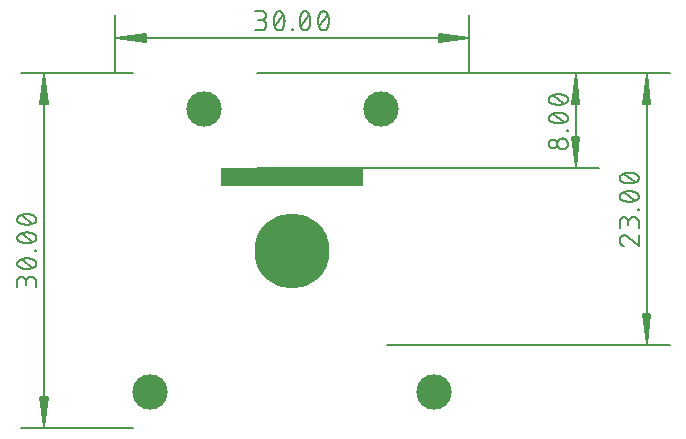
<source format=gbr>
G04 EAGLE Gerber RS-274X export*
G75*
%MOMM*%
%FSLAX34Y34*%
%LPD*%
%INMilling*%
%IPPOS*%
%AMOC8*
5,1,8,0,0,1.08239X$1,22.5*%
G01*
%ADD10C,6.350000*%
%ADD11R,12.000000X1.500000*%
%ADD12C,3.000000*%
%ADD13C,0.130000*%
%ADD14C,0.152400*%


D10*
X0Y0D03*
D11*
X0Y62500D03*
D12*
X-75000Y120000D03*
X75000Y120000D03*
X-120000Y-120000D03*
X120000Y-120000D03*
D13*
X-150000Y150000D02*
X-150000Y199500D01*
X150000Y199500D02*
X150000Y150000D01*
X149350Y180000D02*
X-149350Y180000D01*
X-124000Y183192D01*
X-124000Y176808D01*
X-149350Y180000D01*
X-124000Y181300D01*
X-124000Y178700D02*
X-149350Y180000D01*
X-124000Y182600D01*
X-124000Y177400D02*
X-149350Y180000D01*
X124000Y183192D02*
X149350Y180000D01*
X124000Y183192D02*
X124000Y176808D01*
X149350Y180000D01*
X124000Y181300D01*
X124000Y178700D02*
X149350Y180000D01*
X124000Y182600D01*
X124000Y177400D02*
X149350Y180000D01*
D14*
X-26632Y186507D02*
X-31148Y186507D01*
X-26632Y186507D02*
X-26499Y186509D01*
X-26367Y186515D01*
X-26235Y186525D01*
X-26103Y186538D01*
X-25971Y186556D01*
X-25841Y186577D01*
X-25710Y186602D01*
X-25581Y186631D01*
X-25453Y186664D01*
X-25325Y186700D01*
X-25199Y186740D01*
X-25074Y186784D01*
X-24950Y186832D01*
X-24828Y186883D01*
X-24707Y186938D01*
X-24588Y186996D01*
X-24470Y187058D01*
X-24355Y187123D01*
X-24241Y187192D01*
X-24130Y187263D01*
X-24021Y187339D01*
X-23914Y187417D01*
X-23809Y187498D01*
X-23707Y187583D01*
X-23607Y187670D01*
X-23510Y187760D01*
X-23415Y187853D01*
X-23324Y187949D01*
X-23235Y188047D01*
X-23149Y188148D01*
X-23066Y188252D01*
X-22986Y188358D01*
X-22910Y188466D01*
X-22836Y188576D01*
X-22766Y188689D01*
X-22699Y188803D01*
X-22636Y188920D01*
X-22576Y189038D01*
X-22519Y189158D01*
X-22466Y189280D01*
X-22417Y189403D01*
X-22371Y189527D01*
X-22329Y189653D01*
X-22291Y189780D01*
X-22256Y189908D01*
X-22225Y190037D01*
X-22198Y190166D01*
X-22175Y190297D01*
X-22155Y190428D01*
X-22140Y190560D01*
X-22128Y190692D01*
X-22120Y190824D01*
X-22116Y190957D01*
X-22116Y191089D01*
X-22120Y191222D01*
X-22128Y191354D01*
X-22140Y191486D01*
X-22155Y191618D01*
X-22175Y191749D01*
X-22198Y191880D01*
X-22225Y192009D01*
X-22256Y192138D01*
X-22291Y192266D01*
X-22329Y192393D01*
X-22371Y192519D01*
X-22417Y192643D01*
X-22466Y192766D01*
X-22519Y192888D01*
X-22576Y193008D01*
X-22636Y193126D01*
X-22699Y193243D01*
X-22766Y193357D01*
X-22836Y193470D01*
X-22910Y193580D01*
X-22986Y193688D01*
X-23066Y193794D01*
X-23149Y193898D01*
X-23235Y193999D01*
X-23324Y194097D01*
X-23415Y194193D01*
X-23510Y194286D01*
X-23607Y194376D01*
X-23707Y194463D01*
X-23809Y194548D01*
X-23914Y194629D01*
X-24021Y194707D01*
X-24130Y194783D01*
X-24241Y194854D01*
X-24355Y194923D01*
X-24470Y194988D01*
X-24588Y195050D01*
X-24707Y195108D01*
X-24828Y195163D01*
X-24950Y195214D01*
X-25074Y195262D01*
X-25199Y195306D01*
X-25325Y195346D01*
X-25453Y195382D01*
X-25581Y195415D01*
X-25710Y195444D01*
X-25841Y195469D01*
X-25971Y195490D01*
X-26103Y195508D01*
X-26235Y195521D01*
X-26367Y195531D01*
X-26499Y195537D01*
X-26632Y195539D01*
X-25729Y202763D02*
X-31148Y202763D01*
X-25729Y202763D02*
X-25610Y202761D01*
X-25490Y202755D01*
X-25371Y202745D01*
X-25253Y202731D01*
X-25134Y202714D01*
X-25017Y202692D01*
X-24900Y202667D01*
X-24785Y202637D01*
X-24670Y202604D01*
X-24556Y202567D01*
X-24444Y202527D01*
X-24333Y202482D01*
X-24224Y202434D01*
X-24116Y202383D01*
X-24010Y202328D01*
X-23906Y202269D01*
X-23804Y202207D01*
X-23704Y202142D01*
X-23606Y202073D01*
X-23510Y202001D01*
X-23417Y201926D01*
X-23327Y201849D01*
X-23239Y201768D01*
X-23154Y201684D01*
X-23072Y201597D01*
X-22992Y201508D01*
X-22916Y201416D01*
X-22842Y201322D01*
X-22772Y201225D01*
X-22705Y201127D01*
X-22641Y201026D01*
X-22581Y200922D01*
X-22524Y200817D01*
X-22471Y200710D01*
X-22421Y200602D01*
X-22375Y200492D01*
X-22333Y200380D01*
X-22294Y200267D01*
X-22259Y200153D01*
X-22228Y200038D01*
X-22200Y199921D01*
X-22177Y199804D01*
X-22157Y199687D01*
X-22141Y199568D01*
X-22129Y199449D01*
X-22121Y199330D01*
X-22117Y199211D01*
X-22117Y199091D01*
X-22121Y198972D01*
X-22129Y198853D01*
X-22141Y198734D01*
X-22157Y198615D01*
X-22177Y198498D01*
X-22200Y198381D01*
X-22228Y198264D01*
X-22259Y198149D01*
X-22294Y198035D01*
X-22333Y197922D01*
X-22375Y197810D01*
X-22421Y197700D01*
X-22471Y197592D01*
X-22524Y197485D01*
X-22581Y197380D01*
X-22641Y197276D01*
X-22705Y197175D01*
X-22772Y197077D01*
X-22842Y196980D01*
X-22916Y196886D01*
X-22992Y196794D01*
X-23072Y196705D01*
X-23154Y196618D01*
X-23239Y196534D01*
X-23327Y196453D01*
X-23417Y196376D01*
X-23510Y196301D01*
X-23606Y196229D01*
X-23704Y196160D01*
X-23804Y196095D01*
X-23906Y196033D01*
X-24010Y195974D01*
X-24116Y195919D01*
X-24224Y195868D01*
X-24333Y195820D01*
X-24444Y195775D01*
X-24556Y195735D01*
X-24670Y195698D01*
X-24785Y195665D01*
X-24900Y195635D01*
X-25017Y195610D01*
X-25134Y195588D01*
X-25253Y195571D01*
X-25371Y195557D01*
X-25490Y195547D01*
X-25610Y195541D01*
X-25729Y195539D01*
X-25729Y195538D02*
X-29342Y195538D01*
X-15517Y194635D02*
X-15513Y194955D01*
X-15502Y195274D01*
X-15483Y195594D01*
X-15456Y195912D01*
X-15422Y196230D01*
X-15380Y196547D01*
X-15330Y196863D01*
X-15273Y197178D01*
X-15209Y197491D01*
X-15137Y197803D01*
X-15058Y198113D01*
X-14971Y198420D01*
X-14877Y198726D01*
X-14776Y199029D01*
X-14667Y199330D01*
X-14552Y199628D01*
X-14429Y199924D01*
X-14299Y200216D01*
X-14162Y200505D01*
X-14162Y200506D02*
X-14123Y200614D01*
X-14080Y200721D01*
X-14034Y200826D01*
X-13983Y200930D01*
X-13930Y201032D01*
X-13873Y201132D01*
X-13812Y201230D01*
X-13748Y201325D01*
X-13681Y201419D01*
X-13610Y201510D01*
X-13537Y201599D01*
X-13460Y201685D01*
X-13381Y201768D01*
X-13299Y201849D01*
X-13214Y201927D01*
X-13126Y202001D01*
X-13036Y202073D01*
X-12944Y202141D01*
X-12849Y202207D01*
X-12752Y202269D01*
X-12653Y202327D01*
X-12551Y202383D01*
X-12449Y202434D01*
X-12344Y202482D01*
X-12238Y202527D01*
X-12130Y202568D01*
X-12021Y202605D01*
X-11911Y202638D01*
X-11799Y202667D01*
X-11687Y202693D01*
X-11574Y202715D01*
X-11460Y202732D01*
X-11346Y202746D01*
X-11231Y202756D01*
X-11116Y202762D01*
X-11001Y202764D01*
X-11001Y202763D02*
X-10886Y202761D01*
X-10771Y202755D01*
X-10656Y202745D01*
X-10542Y202731D01*
X-10428Y202714D01*
X-10315Y202692D01*
X-10203Y202666D01*
X-10091Y202637D01*
X-9981Y202604D01*
X-9872Y202567D01*
X-9764Y202526D01*
X-9658Y202481D01*
X-9554Y202433D01*
X-9451Y202382D01*
X-9350Y202326D01*
X-9250Y202268D01*
X-9153Y202206D01*
X-9059Y202141D01*
X-8966Y202072D01*
X-8876Y202000D01*
X-8788Y201926D01*
X-8703Y201848D01*
X-8621Y201767D01*
X-8542Y201684D01*
X-8465Y201598D01*
X-8392Y201509D01*
X-8321Y201418D01*
X-8254Y201324D01*
X-8190Y201229D01*
X-8129Y201131D01*
X-8072Y201031D01*
X-8019Y200929D01*
X-7968Y200825D01*
X-7922Y200720D01*
X-7879Y200613D01*
X-7840Y200505D01*
X-7841Y200505D02*
X-7704Y200216D01*
X-7574Y199924D01*
X-7451Y199628D01*
X-7336Y199330D01*
X-7227Y199029D01*
X-7126Y198726D01*
X-7032Y198420D01*
X-6945Y198113D01*
X-6866Y197803D01*
X-6794Y197491D01*
X-6730Y197178D01*
X-6673Y196863D01*
X-6623Y196547D01*
X-6581Y196230D01*
X-6547Y195912D01*
X-6520Y195594D01*
X-6501Y195274D01*
X-6490Y194955D01*
X-6486Y194635D01*
X-15516Y194635D02*
X-15512Y194315D01*
X-15501Y193996D01*
X-15482Y193676D01*
X-15455Y193358D01*
X-15421Y193040D01*
X-15379Y192723D01*
X-15329Y192407D01*
X-15272Y192092D01*
X-15208Y191779D01*
X-15136Y191467D01*
X-15057Y191157D01*
X-14970Y190850D01*
X-14876Y190544D01*
X-14775Y190241D01*
X-14666Y189940D01*
X-14551Y189642D01*
X-14428Y189346D01*
X-14298Y189054D01*
X-14161Y188765D01*
X-14162Y188765D02*
X-14123Y188657D01*
X-14080Y188550D01*
X-14034Y188445D01*
X-13983Y188341D01*
X-13930Y188239D01*
X-13873Y188139D01*
X-13812Y188041D01*
X-13748Y187946D01*
X-13681Y187852D01*
X-13610Y187761D01*
X-13537Y187672D01*
X-13460Y187586D01*
X-13381Y187503D01*
X-13299Y187422D01*
X-13214Y187344D01*
X-13126Y187270D01*
X-13036Y187198D01*
X-12943Y187129D01*
X-12849Y187064D01*
X-12752Y187002D01*
X-12652Y186944D01*
X-12551Y186888D01*
X-12449Y186837D01*
X-12344Y186789D01*
X-12238Y186744D01*
X-12130Y186703D01*
X-12021Y186666D01*
X-11911Y186633D01*
X-11799Y186604D01*
X-11687Y186578D01*
X-11574Y186556D01*
X-11460Y186539D01*
X-11346Y186525D01*
X-11231Y186515D01*
X-11116Y186509D01*
X-11001Y186507D01*
X-7841Y188765D02*
X-7704Y189054D01*
X-7574Y189346D01*
X-7451Y189642D01*
X-7336Y189940D01*
X-7227Y190241D01*
X-7126Y190544D01*
X-7032Y190850D01*
X-6945Y191157D01*
X-6866Y191467D01*
X-6794Y191779D01*
X-6730Y192092D01*
X-6673Y192407D01*
X-6623Y192723D01*
X-6581Y193040D01*
X-6547Y193358D01*
X-6520Y193676D01*
X-6501Y193996D01*
X-6490Y194315D01*
X-6486Y194635D01*
X-7840Y188765D02*
X-7879Y188657D01*
X-7922Y188550D01*
X-7968Y188445D01*
X-8019Y188341D01*
X-8072Y188239D01*
X-8130Y188139D01*
X-8190Y188041D01*
X-8254Y187946D01*
X-8321Y187852D01*
X-8392Y187761D01*
X-8465Y187672D01*
X-8542Y187586D01*
X-8621Y187503D01*
X-8703Y187422D01*
X-8788Y187344D01*
X-8876Y187270D01*
X-8966Y187198D01*
X-9059Y187129D01*
X-9153Y187064D01*
X-9250Y187002D01*
X-9350Y186944D01*
X-9451Y186888D01*
X-9554Y186837D01*
X-9658Y186789D01*
X-9764Y186744D01*
X-9872Y186703D01*
X-9981Y186666D01*
X-10091Y186633D01*
X-10203Y186604D01*
X-10315Y186578D01*
X-10428Y186556D01*
X-10542Y186539D01*
X-10656Y186525D01*
X-10771Y186515D01*
X-10886Y186509D01*
X-11001Y186507D01*
X-14614Y190119D02*
X-7389Y199151D01*
X-511Y187410D02*
X-511Y186507D01*
X-511Y187410D02*
X392Y187410D01*
X392Y186507D01*
X-511Y186507D01*
X6367Y194635D02*
X6371Y194955D01*
X6382Y195274D01*
X6401Y195594D01*
X6428Y195912D01*
X6462Y196230D01*
X6504Y196547D01*
X6554Y196863D01*
X6611Y197178D01*
X6675Y197491D01*
X6747Y197803D01*
X6826Y198113D01*
X6913Y198420D01*
X7007Y198726D01*
X7108Y199029D01*
X7217Y199330D01*
X7332Y199628D01*
X7455Y199924D01*
X7585Y200216D01*
X7722Y200505D01*
X7721Y200506D02*
X7760Y200614D01*
X7803Y200721D01*
X7849Y200826D01*
X7900Y200930D01*
X7953Y201032D01*
X8010Y201132D01*
X8071Y201230D01*
X8135Y201325D01*
X8202Y201419D01*
X8273Y201510D01*
X8346Y201599D01*
X8423Y201685D01*
X8502Y201768D01*
X8584Y201849D01*
X8669Y201927D01*
X8757Y202001D01*
X8847Y202073D01*
X8939Y202141D01*
X9034Y202207D01*
X9131Y202269D01*
X9230Y202327D01*
X9332Y202383D01*
X9434Y202434D01*
X9539Y202482D01*
X9645Y202527D01*
X9753Y202568D01*
X9862Y202605D01*
X9972Y202638D01*
X10084Y202667D01*
X10196Y202693D01*
X10309Y202715D01*
X10423Y202732D01*
X10537Y202746D01*
X10652Y202756D01*
X10767Y202762D01*
X10882Y202764D01*
X10882Y202763D02*
X10997Y202761D01*
X11112Y202755D01*
X11227Y202745D01*
X11341Y202731D01*
X11455Y202714D01*
X11568Y202692D01*
X11680Y202666D01*
X11792Y202637D01*
X11902Y202604D01*
X12011Y202567D01*
X12119Y202526D01*
X12225Y202481D01*
X12330Y202433D01*
X12432Y202382D01*
X12533Y202326D01*
X12633Y202268D01*
X12730Y202206D01*
X12824Y202141D01*
X12917Y202072D01*
X13007Y202000D01*
X13095Y201926D01*
X13180Y201848D01*
X13262Y201767D01*
X13341Y201684D01*
X13418Y201598D01*
X13491Y201509D01*
X13562Y201418D01*
X13629Y201324D01*
X13693Y201229D01*
X13754Y201131D01*
X13811Y201031D01*
X13864Y200929D01*
X13915Y200825D01*
X13961Y200720D01*
X14004Y200613D01*
X14043Y200505D01*
X14180Y200216D01*
X14310Y199924D01*
X14433Y199628D01*
X14548Y199330D01*
X14657Y199029D01*
X14758Y198726D01*
X14852Y198420D01*
X14939Y198113D01*
X15018Y197803D01*
X15090Y197491D01*
X15154Y197178D01*
X15211Y196863D01*
X15261Y196547D01*
X15303Y196230D01*
X15337Y195912D01*
X15364Y195594D01*
X15383Y195274D01*
X15394Y194955D01*
X15398Y194635D01*
X6367Y194635D02*
X6371Y194315D01*
X6382Y193996D01*
X6401Y193676D01*
X6428Y193358D01*
X6462Y193040D01*
X6504Y192723D01*
X6554Y192407D01*
X6611Y192092D01*
X6675Y191779D01*
X6747Y191467D01*
X6826Y191157D01*
X6913Y190850D01*
X7007Y190544D01*
X7108Y190241D01*
X7217Y189940D01*
X7332Y189642D01*
X7455Y189346D01*
X7585Y189054D01*
X7722Y188765D01*
X7721Y188765D02*
X7760Y188657D01*
X7803Y188550D01*
X7849Y188445D01*
X7900Y188341D01*
X7953Y188239D01*
X8010Y188139D01*
X8071Y188041D01*
X8135Y187946D01*
X8202Y187852D01*
X8273Y187761D01*
X8346Y187672D01*
X8423Y187586D01*
X8502Y187503D01*
X8584Y187422D01*
X8669Y187344D01*
X8757Y187270D01*
X8847Y187198D01*
X8940Y187129D01*
X9034Y187064D01*
X9131Y187002D01*
X9231Y186944D01*
X9332Y186888D01*
X9434Y186837D01*
X9539Y186789D01*
X9645Y186744D01*
X9753Y186703D01*
X9862Y186666D01*
X9972Y186633D01*
X10084Y186604D01*
X10196Y186578D01*
X10309Y186556D01*
X10423Y186539D01*
X10537Y186525D01*
X10652Y186515D01*
X10767Y186509D01*
X10882Y186507D01*
X14043Y188765D02*
X14180Y189054D01*
X14310Y189346D01*
X14433Y189642D01*
X14548Y189940D01*
X14657Y190241D01*
X14758Y190544D01*
X14852Y190850D01*
X14939Y191157D01*
X15018Y191467D01*
X15090Y191779D01*
X15154Y192092D01*
X15211Y192407D01*
X15261Y192723D01*
X15303Y193040D01*
X15337Y193358D01*
X15364Y193676D01*
X15383Y193996D01*
X15394Y194315D01*
X15398Y194635D01*
X14043Y188765D02*
X14004Y188657D01*
X13961Y188550D01*
X13915Y188445D01*
X13864Y188341D01*
X13811Y188239D01*
X13754Y188139D01*
X13693Y188041D01*
X13629Y187946D01*
X13562Y187852D01*
X13491Y187761D01*
X13418Y187672D01*
X13341Y187586D01*
X13262Y187503D01*
X13180Y187422D01*
X13095Y187344D01*
X13007Y187270D01*
X12917Y187198D01*
X12824Y187129D01*
X12730Y187064D01*
X12633Y187002D01*
X12533Y186944D01*
X12432Y186888D01*
X12329Y186837D01*
X12225Y186789D01*
X12119Y186744D01*
X12011Y186703D01*
X11902Y186666D01*
X11792Y186633D01*
X11680Y186604D01*
X11568Y186578D01*
X11455Y186556D01*
X11341Y186539D01*
X11227Y186525D01*
X11112Y186515D01*
X10997Y186509D01*
X10882Y186507D01*
X7270Y190119D02*
X14495Y199151D01*
X21998Y194635D02*
X22002Y194955D01*
X22013Y195274D01*
X22032Y195594D01*
X22059Y195912D01*
X22093Y196230D01*
X22135Y196547D01*
X22185Y196863D01*
X22242Y197178D01*
X22306Y197491D01*
X22378Y197803D01*
X22457Y198113D01*
X22544Y198420D01*
X22638Y198726D01*
X22739Y199029D01*
X22848Y199330D01*
X22963Y199628D01*
X23086Y199924D01*
X23216Y200216D01*
X23353Y200505D01*
X23353Y200506D02*
X23392Y200614D01*
X23435Y200721D01*
X23481Y200826D01*
X23532Y200930D01*
X23585Y201032D01*
X23642Y201132D01*
X23703Y201230D01*
X23767Y201325D01*
X23834Y201419D01*
X23905Y201510D01*
X23978Y201599D01*
X24055Y201685D01*
X24134Y201768D01*
X24216Y201849D01*
X24301Y201927D01*
X24389Y202001D01*
X24479Y202073D01*
X24571Y202141D01*
X24666Y202207D01*
X24763Y202269D01*
X24862Y202327D01*
X24964Y202383D01*
X25066Y202434D01*
X25171Y202482D01*
X25277Y202527D01*
X25385Y202568D01*
X25494Y202605D01*
X25604Y202638D01*
X25716Y202667D01*
X25828Y202693D01*
X25941Y202715D01*
X26055Y202732D01*
X26169Y202746D01*
X26284Y202756D01*
X26399Y202762D01*
X26514Y202764D01*
X26514Y202763D02*
X26629Y202761D01*
X26744Y202755D01*
X26859Y202745D01*
X26973Y202731D01*
X27087Y202714D01*
X27200Y202692D01*
X27312Y202666D01*
X27424Y202637D01*
X27534Y202604D01*
X27643Y202567D01*
X27751Y202526D01*
X27857Y202481D01*
X27962Y202433D01*
X28064Y202382D01*
X28165Y202326D01*
X28265Y202268D01*
X28362Y202206D01*
X28456Y202141D01*
X28549Y202072D01*
X28639Y202000D01*
X28727Y201926D01*
X28812Y201848D01*
X28894Y201767D01*
X28973Y201684D01*
X29050Y201598D01*
X29123Y201509D01*
X29194Y201418D01*
X29261Y201324D01*
X29325Y201229D01*
X29386Y201131D01*
X29443Y201031D01*
X29496Y200929D01*
X29547Y200825D01*
X29593Y200720D01*
X29636Y200613D01*
X29675Y200505D01*
X29674Y200505D02*
X29811Y200216D01*
X29941Y199924D01*
X30064Y199628D01*
X30179Y199330D01*
X30288Y199029D01*
X30389Y198726D01*
X30483Y198420D01*
X30570Y198113D01*
X30649Y197803D01*
X30721Y197491D01*
X30785Y197178D01*
X30842Y196863D01*
X30892Y196547D01*
X30934Y196230D01*
X30968Y195912D01*
X30995Y195594D01*
X31014Y195274D01*
X31025Y194955D01*
X31029Y194635D01*
X21998Y194635D02*
X22002Y194315D01*
X22013Y193996D01*
X22032Y193676D01*
X22059Y193358D01*
X22093Y193040D01*
X22135Y192723D01*
X22185Y192407D01*
X22242Y192092D01*
X22306Y191779D01*
X22378Y191467D01*
X22457Y191157D01*
X22544Y190850D01*
X22638Y190544D01*
X22739Y190241D01*
X22848Y189940D01*
X22963Y189642D01*
X23086Y189346D01*
X23216Y189054D01*
X23353Y188765D01*
X23392Y188657D01*
X23435Y188550D01*
X23481Y188445D01*
X23532Y188341D01*
X23585Y188239D01*
X23642Y188139D01*
X23703Y188041D01*
X23767Y187946D01*
X23834Y187852D01*
X23905Y187761D01*
X23978Y187672D01*
X24055Y187586D01*
X24134Y187503D01*
X24216Y187422D01*
X24301Y187344D01*
X24389Y187270D01*
X24479Y187198D01*
X24572Y187129D01*
X24666Y187064D01*
X24763Y187002D01*
X24863Y186944D01*
X24964Y186888D01*
X25066Y186837D01*
X25171Y186789D01*
X25277Y186744D01*
X25385Y186703D01*
X25494Y186666D01*
X25604Y186633D01*
X25716Y186604D01*
X25828Y186578D01*
X25941Y186556D01*
X26055Y186539D01*
X26169Y186525D01*
X26284Y186515D01*
X26399Y186509D01*
X26514Y186507D01*
X29674Y188765D02*
X29811Y189054D01*
X29941Y189346D01*
X30064Y189642D01*
X30179Y189940D01*
X30288Y190241D01*
X30389Y190544D01*
X30483Y190850D01*
X30570Y191157D01*
X30649Y191467D01*
X30721Y191779D01*
X30785Y192092D01*
X30842Y192407D01*
X30892Y192723D01*
X30934Y193040D01*
X30968Y193358D01*
X30995Y193676D01*
X31014Y193996D01*
X31025Y194315D01*
X31029Y194635D01*
X29675Y188765D02*
X29636Y188657D01*
X29593Y188550D01*
X29547Y188445D01*
X29496Y188341D01*
X29443Y188239D01*
X29386Y188139D01*
X29325Y188041D01*
X29261Y187946D01*
X29194Y187852D01*
X29123Y187761D01*
X29050Y187672D01*
X28973Y187586D01*
X28894Y187503D01*
X28812Y187422D01*
X28727Y187344D01*
X28639Y187270D01*
X28549Y187198D01*
X28456Y187129D01*
X28362Y187064D01*
X28265Y187002D01*
X28165Y186944D01*
X28064Y186888D01*
X27961Y186837D01*
X27857Y186789D01*
X27751Y186744D01*
X27643Y186703D01*
X27534Y186666D01*
X27424Y186633D01*
X27312Y186604D01*
X27200Y186578D01*
X27087Y186556D01*
X26973Y186539D01*
X26859Y186525D01*
X26744Y186515D01*
X26629Y186509D01*
X26514Y186507D01*
X22901Y190119D02*
X30126Y199151D01*
D13*
X-135000Y150000D02*
X-229500Y150000D01*
X-229500Y-150000D02*
X-135000Y-150000D01*
X-210000Y-149350D02*
X-210000Y149350D01*
X-213192Y124000D01*
X-206808Y124000D01*
X-210000Y149350D01*
X-211300Y124000D01*
X-208700Y124000D02*
X-210000Y149350D01*
X-212600Y124000D01*
X-207400Y124000D02*
X-210000Y149350D01*
X-213192Y-124000D02*
X-210000Y-149350D01*
X-213192Y-124000D02*
X-206808Y-124000D01*
X-210000Y-149350D01*
X-211300Y-124000D01*
X-208700Y-124000D02*
X-210000Y-149350D01*
X-212600Y-124000D01*
X-207400Y-124000D02*
X-210000Y-149350D01*
D14*
X-216507Y-31148D02*
X-216507Y-26632D01*
X-216509Y-26499D01*
X-216515Y-26367D01*
X-216525Y-26235D01*
X-216538Y-26103D01*
X-216556Y-25971D01*
X-216577Y-25841D01*
X-216602Y-25710D01*
X-216631Y-25581D01*
X-216664Y-25453D01*
X-216700Y-25325D01*
X-216740Y-25199D01*
X-216784Y-25074D01*
X-216832Y-24950D01*
X-216883Y-24828D01*
X-216938Y-24707D01*
X-216996Y-24588D01*
X-217058Y-24470D01*
X-217123Y-24355D01*
X-217192Y-24241D01*
X-217263Y-24130D01*
X-217339Y-24021D01*
X-217417Y-23914D01*
X-217498Y-23809D01*
X-217583Y-23707D01*
X-217670Y-23607D01*
X-217760Y-23510D01*
X-217853Y-23415D01*
X-217949Y-23324D01*
X-218047Y-23235D01*
X-218148Y-23149D01*
X-218252Y-23066D01*
X-218358Y-22986D01*
X-218466Y-22910D01*
X-218576Y-22836D01*
X-218689Y-22766D01*
X-218803Y-22699D01*
X-218920Y-22636D01*
X-219038Y-22576D01*
X-219158Y-22519D01*
X-219280Y-22466D01*
X-219403Y-22417D01*
X-219527Y-22371D01*
X-219653Y-22329D01*
X-219780Y-22291D01*
X-219908Y-22256D01*
X-220037Y-22225D01*
X-220166Y-22198D01*
X-220297Y-22175D01*
X-220428Y-22155D01*
X-220560Y-22140D01*
X-220692Y-22128D01*
X-220824Y-22120D01*
X-220957Y-22116D01*
X-221089Y-22116D01*
X-221222Y-22120D01*
X-221354Y-22128D01*
X-221486Y-22140D01*
X-221618Y-22155D01*
X-221749Y-22175D01*
X-221880Y-22198D01*
X-222009Y-22225D01*
X-222138Y-22256D01*
X-222266Y-22291D01*
X-222393Y-22329D01*
X-222519Y-22371D01*
X-222643Y-22417D01*
X-222766Y-22466D01*
X-222888Y-22519D01*
X-223008Y-22576D01*
X-223126Y-22636D01*
X-223243Y-22699D01*
X-223357Y-22766D01*
X-223470Y-22836D01*
X-223580Y-22910D01*
X-223688Y-22986D01*
X-223794Y-23066D01*
X-223898Y-23149D01*
X-223999Y-23235D01*
X-224097Y-23324D01*
X-224193Y-23415D01*
X-224286Y-23510D01*
X-224376Y-23607D01*
X-224463Y-23707D01*
X-224548Y-23809D01*
X-224629Y-23914D01*
X-224707Y-24021D01*
X-224783Y-24130D01*
X-224854Y-24241D01*
X-224923Y-24355D01*
X-224988Y-24470D01*
X-225050Y-24588D01*
X-225108Y-24707D01*
X-225163Y-24828D01*
X-225214Y-24950D01*
X-225262Y-25074D01*
X-225306Y-25199D01*
X-225346Y-25325D01*
X-225382Y-25453D01*
X-225415Y-25581D01*
X-225444Y-25710D01*
X-225469Y-25841D01*
X-225490Y-25971D01*
X-225508Y-26103D01*
X-225521Y-26235D01*
X-225531Y-26367D01*
X-225537Y-26499D01*
X-225539Y-26632D01*
X-232763Y-25729D02*
X-232763Y-31148D01*
X-232763Y-25729D02*
X-232761Y-25610D01*
X-232755Y-25490D01*
X-232745Y-25371D01*
X-232731Y-25253D01*
X-232714Y-25134D01*
X-232692Y-25017D01*
X-232667Y-24900D01*
X-232637Y-24785D01*
X-232604Y-24670D01*
X-232567Y-24556D01*
X-232527Y-24444D01*
X-232482Y-24333D01*
X-232434Y-24224D01*
X-232383Y-24116D01*
X-232328Y-24010D01*
X-232269Y-23906D01*
X-232207Y-23804D01*
X-232142Y-23704D01*
X-232073Y-23606D01*
X-232001Y-23510D01*
X-231926Y-23417D01*
X-231849Y-23327D01*
X-231768Y-23239D01*
X-231684Y-23154D01*
X-231597Y-23072D01*
X-231508Y-22992D01*
X-231416Y-22916D01*
X-231322Y-22842D01*
X-231225Y-22772D01*
X-231127Y-22705D01*
X-231026Y-22641D01*
X-230922Y-22581D01*
X-230817Y-22524D01*
X-230710Y-22471D01*
X-230602Y-22421D01*
X-230492Y-22375D01*
X-230380Y-22333D01*
X-230267Y-22294D01*
X-230153Y-22259D01*
X-230038Y-22228D01*
X-229921Y-22200D01*
X-229804Y-22177D01*
X-229687Y-22157D01*
X-229568Y-22141D01*
X-229449Y-22129D01*
X-229330Y-22121D01*
X-229211Y-22117D01*
X-229091Y-22117D01*
X-228972Y-22121D01*
X-228853Y-22129D01*
X-228734Y-22141D01*
X-228615Y-22157D01*
X-228498Y-22177D01*
X-228381Y-22200D01*
X-228264Y-22228D01*
X-228149Y-22259D01*
X-228035Y-22294D01*
X-227922Y-22333D01*
X-227810Y-22375D01*
X-227700Y-22421D01*
X-227592Y-22471D01*
X-227485Y-22524D01*
X-227380Y-22581D01*
X-227276Y-22641D01*
X-227175Y-22705D01*
X-227077Y-22772D01*
X-226980Y-22842D01*
X-226886Y-22916D01*
X-226794Y-22992D01*
X-226705Y-23072D01*
X-226618Y-23154D01*
X-226534Y-23239D01*
X-226453Y-23327D01*
X-226376Y-23417D01*
X-226301Y-23510D01*
X-226229Y-23606D01*
X-226160Y-23704D01*
X-226095Y-23804D01*
X-226033Y-23906D01*
X-225974Y-24010D01*
X-225919Y-24116D01*
X-225868Y-24224D01*
X-225820Y-24333D01*
X-225775Y-24444D01*
X-225735Y-24556D01*
X-225698Y-24670D01*
X-225665Y-24785D01*
X-225635Y-24900D01*
X-225610Y-25017D01*
X-225588Y-25134D01*
X-225571Y-25253D01*
X-225557Y-25371D01*
X-225547Y-25490D01*
X-225541Y-25610D01*
X-225539Y-25729D01*
X-225538Y-25729D02*
X-225538Y-29342D01*
X-224635Y-15517D02*
X-224955Y-15513D01*
X-225274Y-15502D01*
X-225594Y-15483D01*
X-225912Y-15456D01*
X-226230Y-15422D01*
X-226547Y-15380D01*
X-226863Y-15330D01*
X-227178Y-15273D01*
X-227491Y-15209D01*
X-227803Y-15137D01*
X-228113Y-15058D01*
X-228420Y-14971D01*
X-228726Y-14877D01*
X-229029Y-14776D01*
X-229330Y-14667D01*
X-229628Y-14552D01*
X-229924Y-14429D01*
X-230216Y-14299D01*
X-230505Y-14162D01*
X-230506Y-14162D02*
X-230614Y-14123D01*
X-230721Y-14080D01*
X-230826Y-14034D01*
X-230930Y-13983D01*
X-231032Y-13930D01*
X-231132Y-13873D01*
X-231230Y-13812D01*
X-231325Y-13748D01*
X-231419Y-13681D01*
X-231510Y-13610D01*
X-231599Y-13537D01*
X-231685Y-13460D01*
X-231768Y-13381D01*
X-231849Y-13299D01*
X-231927Y-13214D01*
X-232001Y-13126D01*
X-232073Y-13036D01*
X-232141Y-12944D01*
X-232207Y-12849D01*
X-232269Y-12752D01*
X-232327Y-12653D01*
X-232383Y-12551D01*
X-232434Y-12449D01*
X-232482Y-12344D01*
X-232527Y-12238D01*
X-232568Y-12130D01*
X-232605Y-12021D01*
X-232638Y-11911D01*
X-232667Y-11799D01*
X-232693Y-11687D01*
X-232715Y-11574D01*
X-232732Y-11460D01*
X-232746Y-11346D01*
X-232756Y-11231D01*
X-232762Y-11116D01*
X-232764Y-11001D01*
X-232763Y-11001D02*
X-232761Y-10886D01*
X-232755Y-10771D01*
X-232745Y-10656D01*
X-232731Y-10542D01*
X-232714Y-10428D01*
X-232692Y-10315D01*
X-232666Y-10203D01*
X-232637Y-10091D01*
X-232604Y-9981D01*
X-232567Y-9872D01*
X-232526Y-9764D01*
X-232481Y-9658D01*
X-232433Y-9554D01*
X-232382Y-9451D01*
X-232326Y-9350D01*
X-232268Y-9250D01*
X-232206Y-9153D01*
X-232141Y-9059D01*
X-232072Y-8966D01*
X-232000Y-8876D01*
X-231926Y-8788D01*
X-231848Y-8703D01*
X-231767Y-8621D01*
X-231684Y-8542D01*
X-231598Y-8465D01*
X-231509Y-8392D01*
X-231418Y-8321D01*
X-231324Y-8254D01*
X-231229Y-8190D01*
X-231131Y-8129D01*
X-231031Y-8072D01*
X-230929Y-8019D01*
X-230825Y-7968D01*
X-230720Y-7922D01*
X-230613Y-7879D01*
X-230505Y-7840D01*
X-230505Y-7841D02*
X-230216Y-7704D01*
X-229924Y-7574D01*
X-229628Y-7451D01*
X-229330Y-7336D01*
X-229029Y-7227D01*
X-228726Y-7126D01*
X-228420Y-7032D01*
X-228113Y-6945D01*
X-227803Y-6866D01*
X-227491Y-6794D01*
X-227178Y-6730D01*
X-226863Y-6673D01*
X-226547Y-6623D01*
X-226230Y-6581D01*
X-225912Y-6547D01*
X-225594Y-6520D01*
X-225274Y-6501D01*
X-224955Y-6490D01*
X-224635Y-6486D01*
X-224635Y-15516D02*
X-224315Y-15512D01*
X-223996Y-15501D01*
X-223676Y-15482D01*
X-223358Y-15455D01*
X-223040Y-15421D01*
X-222723Y-15379D01*
X-222407Y-15329D01*
X-222092Y-15272D01*
X-221779Y-15208D01*
X-221467Y-15136D01*
X-221157Y-15057D01*
X-220850Y-14970D01*
X-220544Y-14876D01*
X-220241Y-14775D01*
X-219940Y-14666D01*
X-219642Y-14551D01*
X-219346Y-14428D01*
X-219054Y-14298D01*
X-218765Y-14161D01*
X-218765Y-14162D02*
X-218657Y-14123D01*
X-218550Y-14080D01*
X-218445Y-14034D01*
X-218341Y-13983D01*
X-218239Y-13930D01*
X-218139Y-13873D01*
X-218041Y-13812D01*
X-217946Y-13748D01*
X-217852Y-13681D01*
X-217761Y-13610D01*
X-217672Y-13537D01*
X-217586Y-13460D01*
X-217503Y-13381D01*
X-217422Y-13299D01*
X-217344Y-13214D01*
X-217270Y-13126D01*
X-217198Y-13036D01*
X-217129Y-12943D01*
X-217064Y-12849D01*
X-217002Y-12752D01*
X-216944Y-12652D01*
X-216888Y-12551D01*
X-216837Y-12449D01*
X-216789Y-12344D01*
X-216744Y-12238D01*
X-216703Y-12130D01*
X-216666Y-12021D01*
X-216633Y-11911D01*
X-216604Y-11799D01*
X-216578Y-11687D01*
X-216556Y-11574D01*
X-216539Y-11460D01*
X-216525Y-11346D01*
X-216515Y-11231D01*
X-216509Y-11116D01*
X-216507Y-11001D01*
X-218765Y-7841D02*
X-219054Y-7704D01*
X-219346Y-7574D01*
X-219642Y-7451D01*
X-219940Y-7336D01*
X-220241Y-7227D01*
X-220544Y-7126D01*
X-220850Y-7032D01*
X-221157Y-6945D01*
X-221467Y-6866D01*
X-221779Y-6794D01*
X-222092Y-6730D01*
X-222407Y-6673D01*
X-222723Y-6623D01*
X-223040Y-6581D01*
X-223358Y-6547D01*
X-223676Y-6520D01*
X-223996Y-6501D01*
X-224315Y-6490D01*
X-224635Y-6486D01*
X-218765Y-7840D02*
X-218657Y-7879D01*
X-218550Y-7922D01*
X-218445Y-7968D01*
X-218341Y-8019D01*
X-218239Y-8072D01*
X-218139Y-8130D01*
X-218041Y-8190D01*
X-217946Y-8254D01*
X-217852Y-8321D01*
X-217761Y-8392D01*
X-217672Y-8465D01*
X-217586Y-8542D01*
X-217503Y-8621D01*
X-217422Y-8703D01*
X-217344Y-8788D01*
X-217270Y-8876D01*
X-217198Y-8966D01*
X-217129Y-9059D01*
X-217064Y-9153D01*
X-217002Y-9250D01*
X-216944Y-9350D01*
X-216888Y-9451D01*
X-216837Y-9554D01*
X-216789Y-9658D01*
X-216744Y-9764D01*
X-216703Y-9872D01*
X-216666Y-9981D01*
X-216633Y-10091D01*
X-216604Y-10203D01*
X-216578Y-10315D01*
X-216556Y-10428D01*
X-216539Y-10542D01*
X-216525Y-10656D01*
X-216515Y-10771D01*
X-216509Y-10886D01*
X-216507Y-11001D01*
X-220119Y-14614D02*
X-229151Y-7389D01*
X-217410Y-511D02*
X-216507Y-511D01*
X-217410Y-511D02*
X-217410Y392D01*
X-216507Y392D01*
X-216507Y-511D01*
X-224635Y6367D02*
X-224955Y6371D01*
X-225274Y6382D01*
X-225594Y6401D01*
X-225912Y6428D01*
X-226230Y6462D01*
X-226547Y6504D01*
X-226863Y6554D01*
X-227178Y6611D01*
X-227491Y6675D01*
X-227803Y6747D01*
X-228113Y6826D01*
X-228420Y6913D01*
X-228726Y7007D01*
X-229029Y7108D01*
X-229330Y7217D01*
X-229628Y7332D01*
X-229924Y7455D01*
X-230216Y7585D01*
X-230505Y7722D01*
X-230506Y7721D02*
X-230614Y7760D01*
X-230721Y7803D01*
X-230826Y7849D01*
X-230930Y7900D01*
X-231032Y7953D01*
X-231132Y8010D01*
X-231230Y8071D01*
X-231325Y8135D01*
X-231419Y8202D01*
X-231510Y8273D01*
X-231599Y8346D01*
X-231685Y8423D01*
X-231768Y8502D01*
X-231849Y8584D01*
X-231927Y8669D01*
X-232001Y8757D01*
X-232073Y8847D01*
X-232141Y8939D01*
X-232207Y9034D01*
X-232269Y9131D01*
X-232327Y9230D01*
X-232383Y9332D01*
X-232434Y9434D01*
X-232482Y9539D01*
X-232527Y9645D01*
X-232568Y9753D01*
X-232605Y9862D01*
X-232638Y9972D01*
X-232667Y10084D01*
X-232693Y10196D01*
X-232715Y10309D01*
X-232732Y10423D01*
X-232746Y10537D01*
X-232756Y10652D01*
X-232762Y10767D01*
X-232764Y10882D01*
X-232763Y10882D02*
X-232761Y10997D01*
X-232755Y11112D01*
X-232745Y11227D01*
X-232731Y11341D01*
X-232714Y11455D01*
X-232692Y11568D01*
X-232666Y11680D01*
X-232637Y11792D01*
X-232604Y11902D01*
X-232567Y12011D01*
X-232526Y12119D01*
X-232481Y12225D01*
X-232433Y12330D01*
X-232382Y12432D01*
X-232326Y12533D01*
X-232268Y12633D01*
X-232206Y12730D01*
X-232141Y12824D01*
X-232072Y12917D01*
X-232000Y13007D01*
X-231926Y13095D01*
X-231848Y13180D01*
X-231767Y13262D01*
X-231684Y13341D01*
X-231598Y13418D01*
X-231509Y13491D01*
X-231418Y13562D01*
X-231324Y13629D01*
X-231229Y13693D01*
X-231131Y13754D01*
X-231031Y13811D01*
X-230929Y13864D01*
X-230825Y13915D01*
X-230720Y13961D01*
X-230613Y14004D01*
X-230505Y14043D01*
X-230216Y14180D01*
X-229924Y14310D01*
X-229628Y14433D01*
X-229330Y14548D01*
X-229029Y14657D01*
X-228726Y14758D01*
X-228420Y14852D01*
X-228113Y14939D01*
X-227803Y15018D01*
X-227491Y15090D01*
X-227178Y15154D01*
X-226863Y15211D01*
X-226547Y15261D01*
X-226230Y15303D01*
X-225912Y15337D01*
X-225594Y15364D01*
X-225274Y15383D01*
X-224955Y15394D01*
X-224635Y15398D01*
X-224635Y6367D02*
X-224315Y6371D01*
X-223996Y6382D01*
X-223676Y6401D01*
X-223358Y6428D01*
X-223040Y6462D01*
X-222723Y6504D01*
X-222407Y6554D01*
X-222092Y6611D01*
X-221779Y6675D01*
X-221467Y6747D01*
X-221157Y6826D01*
X-220850Y6913D01*
X-220544Y7007D01*
X-220241Y7108D01*
X-219940Y7217D01*
X-219642Y7332D01*
X-219346Y7455D01*
X-219054Y7585D01*
X-218765Y7722D01*
X-218765Y7721D02*
X-218657Y7760D01*
X-218550Y7803D01*
X-218445Y7849D01*
X-218341Y7900D01*
X-218239Y7953D01*
X-218139Y8010D01*
X-218041Y8071D01*
X-217946Y8135D01*
X-217852Y8202D01*
X-217761Y8273D01*
X-217672Y8346D01*
X-217586Y8423D01*
X-217503Y8502D01*
X-217422Y8584D01*
X-217344Y8669D01*
X-217270Y8757D01*
X-217198Y8847D01*
X-217129Y8940D01*
X-217064Y9034D01*
X-217002Y9131D01*
X-216944Y9231D01*
X-216888Y9332D01*
X-216837Y9434D01*
X-216789Y9539D01*
X-216744Y9645D01*
X-216703Y9753D01*
X-216666Y9862D01*
X-216633Y9972D01*
X-216604Y10084D01*
X-216578Y10196D01*
X-216556Y10309D01*
X-216539Y10423D01*
X-216525Y10537D01*
X-216515Y10652D01*
X-216509Y10767D01*
X-216507Y10882D01*
X-218765Y14043D02*
X-219054Y14180D01*
X-219346Y14310D01*
X-219642Y14433D01*
X-219940Y14548D01*
X-220241Y14657D01*
X-220544Y14758D01*
X-220850Y14852D01*
X-221157Y14939D01*
X-221467Y15018D01*
X-221779Y15090D01*
X-222092Y15154D01*
X-222407Y15211D01*
X-222723Y15261D01*
X-223040Y15303D01*
X-223358Y15337D01*
X-223676Y15364D01*
X-223996Y15383D01*
X-224315Y15394D01*
X-224635Y15398D01*
X-218765Y14043D02*
X-218657Y14004D01*
X-218550Y13961D01*
X-218445Y13915D01*
X-218341Y13864D01*
X-218239Y13811D01*
X-218139Y13754D01*
X-218041Y13693D01*
X-217946Y13629D01*
X-217852Y13562D01*
X-217761Y13491D01*
X-217672Y13418D01*
X-217586Y13341D01*
X-217503Y13262D01*
X-217422Y13180D01*
X-217344Y13095D01*
X-217270Y13007D01*
X-217198Y12917D01*
X-217129Y12824D01*
X-217064Y12730D01*
X-217002Y12633D01*
X-216944Y12533D01*
X-216888Y12432D01*
X-216837Y12329D01*
X-216789Y12225D01*
X-216744Y12119D01*
X-216703Y12011D01*
X-216666Y11902D01*
X-216633Y11792D01*
X-216604Y11680D01*
X-216578Y11568D01*
X-216556Y11455D01*
X-216539Y11341D01*
X-216525Y11227D01*
X-216515Y11112D01*
X-216509Y10997D01*
X-216507Y10882D01*
X-220119Y7270D02*
X-229151Y14495D01*
X-224635Y21998D02*
X-224955Y22002D01*
X-225274Y22013D01*
X-225594Y22032D01*
X-225912Y22059D01*
X-226230Y22093D01*
X-226547Y22135D01*
X-226863Y22185D01*
X-227178Y22242D01*
X-227491Y22306D01*
X-227803Y22378D01*
X-228113Y22457D01*
X-228420Y22544D01*
X-228726Y22638D01*
X-229029Y22739D01*
X-229330Y22848D01*
X-229628Y22963D01*
X-229924Y23086D01*
X-230216Y23216D01*
X-230505Y23353D01*
X-230506Y23353D02*
X-230614Y23392D01*
X-230721Y23435D01*
X-230826Y23481D01*
X-230930Y23532D01*
X-231032Y23585D01*
X-231132Y23642D01*
X-231230Y23703D01*
X-231325Y23767D01*
X-231419Y23834D01*
X-231510Y23905D01*
X-231599Y23978D01*
X-231685Y24055D01*
X-231768Y24134D01*
X-231849Y24216D01*
X-231927Y24301D01*
X-232001Y24389D01*
X-232073Y24479D01*
X-232141Y24571D01*
X-232207Y24666D01*
X-232269Y24763D01*
X-232327Y24862D01*
X-232383Y24964D01*
X-232434Y25066D01*
X-232482Y25171D01*
X-232527Y25277D01*
X-232568Y25385D01*
X-232605Y25494D01*
X-232638Y25604D01*
X-232667Y25716D01*
X-232693Y25828D01*
X-232715Y25941D01*
X-232732Y26055D01*
X-232746Y26169D01*
X-232756Y26284D01*
X-232762Y26399D01*
X-232764Y26514D01*
X-232763Y26514D02*
X-232761Y26629D01*
X-232755Y26744D01*
X-232745Y26859D01*
X-232731Y26973D01*
X-232714Y27087D01*
X-232692Y27200D01*
X-232666Y27312D01*
X-232637Y27424D01*
X-232604Y27534D01*
X-232567Y27643D01*
X-232526Y27751D01*
X-232481Y27857D01*
X-232433Y27962D01*
X-232382Y28064D01*
X-232326Y28165D01*
X-232268Y28265D01*
X-232206Y28362D01*
X-232141Y28456D01*
X-232072Y28549D01*
X-232000Y28639D01*
X-231926Y28727D01*
X-231848Y28812D01*
X-231767Y28894D01*
X-231684Y28973D01*
X-231598Y29050D01*
X-231509Y29123D01*
X-231418Y29194D01*
X-231324Y29261D01*
X-231229Y29325D01*
X-231131Y29386D01*
X-231031Y29443D01*
X-230929Y29496D01*
X-230825Y29547D01*
X-230720Y29593D01*
X-230613Y29636D01*
X-230505Y29675D01*
X-230505Y29674D02*
X-230216Y29811D01*
X-229924Y29941D01*
X-229628Y30064D01*
X-229330Y30179D01*
X-229029Y30288D01*
X-228726Y30389D01*
X-228420Y30483D01*
X-228113Y30570D01*
X-227803Y30649D01*
X-227491Y30721D01*
X-227178Y30785D01*
X-226863Y30842D01*
X-226547Y30892D01*
X-226230Y30934D01*
X-225912Y30968D01*
X-225594Y30995D01*
X-225274Y31014D01*
X-224955Y31025D01*
X-224635Y31029D01*
X-224635Y21998D02*
X-224315Y22002D01*
X-223996Y22013D01*
X-223676Y22032D01*
X-223358Y22059D01*
X-223040Y22093D01*
X-222723Y22135D01*
X-222407Y22185D01*
X-222092Y22242D01*
X-221779Y22306D01*
X-221467Y22378D01*
X-221157Y22457D01*
X-220850Y22544D01*
X-220544Y22638D01*
X-220241Y22739D01*
X-219940Y22848D01*
X-219642Y22963D01*
X-219346Y23086D01*
X-219054Y23216D01*
X-218765Y23353D01*
X-218657Y23392D01*
X-218550Y23435D01*
X-218445Y23481D01*
X-218341Y23532D01*
X-218239Y23585D01*
X-218139Y23642D01*
X-218041Y23703D01*
X-217946Y23767D01*
X-217852Y23834D01*
X-217761Y23905D01*
X-217672Y23978D01*
X-217586Y24055D01*
X-217503Y24134D01*
X-217422Y24216D01*
X-217344Y24301D01*
X-217270Y24389D01*
X-217198Y24479D01*
X-217129Y24572D01*
X-217064Y24666D01*
X-217002Y24763D01*
X-216944Y24863D01*
X-216888Y24964D01*
X-216837Y25066D01*
X-216789Y25171D01*
X-216744Y25277D01*
X-216703Y25385D01*
X-216666Y25494D01*
X-216633Y25604D01*
X-216604Y25716D01*
X-216578Y25828D01*
X-216556Y25941D01*
X-216539Y26055D01*
X-216525Y26169D01*
X-216515Y26284D01*
X-216509Y26399D01*
X-216507Y26514D01*
X-218765Y29674D02*
X-219054Y29811D01*
X-219346Y29941D01*
X-219642Y30064D01*
X-219940Y30179D01*
X-220241Y30288D01*
X-220544Y30389D01*
X-220850Y30483D01*
X-221157Y30570D01*
X-221467Y30649D01*
X-221779Y30721D01*
X-222092Y30785D01*
X-222407Y30842D01*
X-222723Y30892D01*
X-223040Y30934D01*
X-223358Y30968D01*
X-223676Y30995D01*
X-223996Y31014D01*
X-224315Y31025D01*
X-224635Y31029D01*
X-218765Y29675D02*
X-218657Y29636D01*
X-218550Y29593D01*
X-218445Y29547D01*
X-218341Y29496D01*
X-218239Y29443D01*
X-218139Y29386D01*
X-218041Y29325D01*
X-217946Y29261D01*
X-217852Y29194D01*
X-217761Y29123D01*
X-217672Y29050D01*
X-217586Y28973D01*
X-217503Y28894D01*
X-217422Y28812D01*
X-217344Y28727D01*
X-217270Y28639D01*
X-217198Y28549D01*
X-217129Y28456D01*
X-217064Y28362D01*
X-217002Y28265D01*
X-216944Y28165D01*
X-216888Y28064D01*
X-216837Y27961D01*
X-216789Y27857D01*
X-216744Y27751D01*
X-216703Y27643D01*
X-216666Y27534D01*
X-216633Y27424D01*
X-216604Y27312D01*
X-216578Y27200D01*
X-216556Y27087D01*
X-216539Y26973D01*
X-216525Y26859D01*
X-216515Y26744D01*
X-216509Y26629D01*
X-216507Y26514D01*
X-220119Y22901D02*
X-229151Y30126D01*
D13*
X-30000Y70000D02*
X259500Y70000D01*
X259500Y150000D02*
X-30000Y150000D01*
X240000Y149350D02*
X240000Y70650D01*
X236808Y96000D01*
X243192Y96000D01*
X240000Y70650D01*
X238700Y96000D01*
X241300Y96000D02*
X240000Y70650D01*
X237400Y96000D01*
X242600Y96000D02*
X240000Y70650D01*
X236808Y124000D02*
X240000Y149350D01*
X236808Y124000D02*
X243192Y124000D01*
X240000Y149350D01*
X238700Y124000D01*
X241300Y124000D02*
X240000Y149350D01*
X237400Y124000D01*
X242600Y124000D02*
X240000Y149350D01*
D14*
X228977Y94980D02*
X228844Y94978D01*
X228712Y94972D01*
X228580Y94962D01*
X228448Y94949D01*
X228316Y94931D01*
X228186Y94910D01*
X228055Y94885D01*
X227926Y94856D01*
X227798Y94823D01*
X227670Y94787D01*
X227544Y94747D01*
X227419Y94703D01*
X227295Y94655D01*
X227173Y94604D01*
X227052Y94549D01*
X226933Y94491D01*
X226815Y94429D01*
X226700Y94364D01*
X226586Y94295D01*
X226475Y94224D01*
X226366Y94148D01*
X226259Y94070D01*
X226154Y93989D01*
X226052Y93904D01*
X225952Y93817D01*
X225855Y93727D01*
X225760Y93634D01*
X225669Y93538D01*
X225580Y93440D01*
X225494Y93339D01*
X225411Y93235D01*
X225331Y93129D01*
X225255Y93021D01*
X225181Y92911D01*
X225111Y92798D01*
X225044Y92684D01*
X224981Y92567D01*
X224921Y92449D01*
X224864Y92329D01*
X224811Y92207D01*
X224762Y92084D01*
X224716Y91960D01*
X224674Y91834D01*
X224636Y91707D01*
X224601Y91579D01*
X224570Y91450D01*
X224543Y91321D01*
X224520Y91190D01*
X224500Y91059D01*
X224485Y90927D01*
X224473Y90795D01*
X224465Y90663D01*
X224461Y90530D01*
X224461Y90398D01*
X224465Y90265D01*
X224473Y90133D01*
X224485Y90001D01*
X224500Y89869D01*
X224520Y89738D01*
X224543Y89607D01*
X224570Y89478D01*
X224601Y89349D01*
X224636Y89221D01*
X224674Y89094D01*
X224716Y88968D01*
X224762Y88844D01*
X224811Y88721D01*
X224864Y88599D01*
X224921Y88479D01*
X224981Y88361D01*
X225044Y88244D01*
X225111Y88130D01*
X225181Y88017D01*
X225255Y87907D01*
X225331Y87799D01*
X225411Y87693D01*
X225494Y87589D01*
X225580Y87488D01*
X225669Y87390D01*
X225760Y87294D01*
X225855Y87201D01*
X225952Y87111D01*
X226052Y87024D01*
X226154Y86939D01*
X226259Y86858D01*
X226366Y86780D01*
X226475Y86704D01*
X226586Y86633D01*
X226700Y86564D01*
X226815Y86499D01*
X226933Y86437D01*
X227052Y86379D01*
X227173Y86324D01*
X227295Y86273D01*
X227419Y86225D01*
X227544Y86181D01*
X227670Y86141D01*
X227798Y86105D01*
X227926Y86072D01*
X228055Y86043D01*
X228186Y86018D01*
X228316Y85997D01*
X228448Y85979D01*
X228580Y85966D01*
X228712Y85956D01*
X228844Y85950D01*
X228977Y85948D01*
X229110Y85950D01*
X229242Y85956D01*
X229374Y85966D01*
X229506Y85979D01*
X229638Y85997D01*
X229768Y86018D01*
X229899Y86043D01*
X230028Y86072D01*
X230156Y86105D01*
X230284Y86141D01*
X230410Y86181D01*
X230535Y86225D01*
X230659Y86273D01*
X230781Y86324D01*
X230902Y86379D01*
X231021Y86437D01*
X231139Y86499D01*
X231254Y86564D01*
X231368Y86633D01*
X231479Y86704D01*
X231588Y86780D01*
X231695Y86858D01*
X231800Y86939D01*
X231902Y87024D01*
X232002Y87111D01*
X232099Y87201D01*
X232194Y87294D01*
X232285Y87390D01*
X232374Y87488D01*
X232460Y87589D01*
X232543Y87693D01*
X232623Y87799D01*
X232699Y87907D01*
X232773Y88017D01*
X232843Y88130D01*
X232910Y88244D01*
X232973Y88361D01*
X233033Y88479D01*
X233090Y88599D01*
X233143Y88721D01*
X233192Y88844D01*
X233238Y88968D01*
X233280Y89094D01*
X233318Y89221D01*
X233353Y89349D01*
X233384Y89478D01*
X233411Y89607D01*
X233434Y89738D01*
X233454Y89869D01*
X233469Y90001D01*
X233481Y90133D01*
X233489Y90265D01*
X233493Y90398D01*
X233493Y90530D01*
X233489Y90663D01*
X233481Y90795D01*
X233469Y90927D01*
X233454Y91059D01*
X233434Y91190D01*
X233411Y91321D01*
X233384Y91450D01*
X233353Y91579D01*
X233318Y91707D01*
X233280Y91834D01*
X233238Y91960D01*
X233192Y92084D01*
X233143Y92207D01*
X233090Y92329D01*
X233033Y92449D01*
X232973Y92567D01*
X232910Y92684D01*
X232843Y92798D01*
X232773Y92911D01*
X232699Y93021D01*
X232623Y93129D01*
X232543Y93235D01*
X232460Y93339D01*
X232374Y93440D01*
X232285Y93538D01*
X232194Y93634D01*
X232099Y93727D01*
X232002Y93817D01*
X231902Y93904D01*
X231800Y93989D01*
X231695Y94070D01*
X231588Y94148D01*
X231479Y94224D01*
X231368Y94295D01*
X231254Y94364D01*
X231139Y94429D01*
X231021Y94491D01*
X230902Y94549D01*
X230781Y94604D01*
X230659Y94655D01*
X230535Y94703D01*
X230410Y94747D01*
X230284Y94787D01*
X230156Y94823D01*
X230028Y94856D01*
X229899Y94885D01*
X229768Y94910D01*
X229638Y94931D01*
X229506Y94949D01*
X229374Y94962D01*
X229242Y94972D01*
X229110Y94978D01*
X228977Y94980D01*
X220849Y94076D02*
X220730Y94074D01*
X220610Y94068D01*
X220491Y94058D01*
X220373Y94044D01*
X220254Y94027D01*
X220137Y94005D01*
X220020Y93980D01*
X219905Y93950D01*
X219790Y93917D01*
X219676Y93880D01*
X219564Y93840D01*
X219453Y93795D01*
X219344Y93747D01*
X219236Y93696D01*
X219130Y93641D01*
X219026Y93582D01*
X218924Y93520D01*
X218824Y93455D01*
X218726Y93386D01*
X218630Y93314D01*
X218537Y93239D01*
X218447Y93162D01*
X218359Y93081D01*
X218274Y92997D01*
X218192Y92910D01*
X218112Y92821D01*
X218036Y92729D01*
X217962Y92635D01*
X217892Y92538D01*
X217825Y92440D01*
X217761Y92339D01*
X217701Y92235D01*
X217644Y92130D01*
X217591Y92023D01*
X217541Y91915D01*
X217495Y91805D01*
X217453Y91693D01*
X217414Y91580D01*
X217379Y91466D01*
X217348Y91351D01*
X217320Y91234D01*
X217297Y91117D01*
X217277Y91000D01*
X217261Y90881D01*
X217249Y90762D01*
X217241Y90643D01*
X217237Y90524D01*
X217237Y90404D01*
X217241Y90285D01*
X217249Y90166D01*
X217261Y90047D01*
X217277Y89928D01*
X217297Y89811D01*
X217320Y89694D01*
X217348Y89577D01*
X217379Y89462D01*
X217414Y89348D01*
X217453Y89235D01*
X217495Y89123D01*
X217541Y89013D01*
X217591Y88905D01*
X217644Y88798D01*
X217701Y88693D01*
X217761Y88589D01*
X217825Y88488D01*
X217892Y88390D01*
X217962Y88293D01*
X218036Y88199D01*
X218112Y88107D01*
X218192Y88018D01*
X218274Y87931D01*
X218359Y87847D01*
X218447Y87766D01*
X218537Y87689D01*
X218630Y87614D01*
X218726Y87542D01*
X218824Y87473D01*
X218924Y87408D01*
X219026Y87346D01*
X219130Y87287D01*
X219236Y87232D01*
X219344Y87181D01*
X219453Y87133D01*
X219564Y87088D01*
X219676Y87048D01*
X219790Y87011D01*
X219905Y86978D01*
X220020Y86948D01*
X220137Y86923D01*
X220254Y86901D01*
X220373Y86884D01*
X220491Y86870D01*
X220610Y86860D01*
X220730Y86854D01*
X220849Y86852D01*
X220968Y86854D01*
X221088Y86860D01*
X221207Y86870D01*
X221325Y86884D01*
X221444Y86901D01*
X221561Y86923D01*
X221678Y86948D01*
X221793Y86978D01*
X221908Y87011D01*
X222022Y87048D01*
X222134Y87088D01*
X222245Y87133D01*
X222354Y87181D01*
X222462Y87232D01*
X222568Y87287D01*
X222672Y87346D01*
X222774Y87408D01*
X222874Y87473D01*
X222972Y87542D01*
X223068Y87614D01*
X223161Y87689D01*
X223251Y87766D01*
X223339Y87847D01*
X223424Y87931D01*
X223506Y88018D01*
X223586Y88107D01*
X223662Y88199D01*
X223736Y88293D01*
X223806Y88390D01*
X223873Y88488D01*
X223937Y88589D01*
X223997Y88693D01*
X224054Y88798D01*
X224107Y88905D01*
X224157Y89013D01*
X224203Y89123D01*
X224245Y89235D01*
X224284Y89348D01*
X224319Y89462D01*
X224350Y89577D01*
X224378Y89694D01*
X224401Y89811D01*
X224421Y89928D01*
X224437Y90047D01*
X224449Y90166D01*
X224457Y90285D01*
X224461Y90404D01*
X224461Y90524D01*
X224457Y90643D01*
X224449Y90762D01*
X224437Y90881D01*
X224421Y91000D01*
X224401Y91117D01*
X224378Y91234D01*
X224350Y91351D01*
X224319Y91466D01*
X224284Y91580D01*
X224245Y91693D01*
X224203Y91805D01*
X224157Y91915D01*
X224107Y92023D01*
X224054Y92130D01*
X223997Y92235D01*
X223937Y92339D01*
X223873Y92440D01*
X223806Y92538D01*
X223736Y92635D01*
X223662Y92729D01*
X223586Y92821D01*
X223506Y92910D01*
X223424Y92997D01*
X223339Y93081D01*
X223251Y93162D01*
X223161Y93239D01*
X223068Y93314D01*
X222972Y93386D01*
X222874Y93455D01*
X222774Y93520D01*
X222672Y93582D01*
X222568Y93641D01*
X222462Y93696D01*
X222354Y93747D01*
X222245Y93795D01*
X222134Y93840D01*
X222022Y93880D01*
X221908Y93917D01*
X221793Y93950D01*
X221678Y93980D01*
X221561Y94005D01*
X221444Y94027D01*
X221325Y94044D01*
X221207Y94058D01*
X221088Y94068D01*
X220968Y94074D01*
X220849Y94076D01*
X232590Y100954D02*
X233493Y100954D01*
X232590Y100954D02*
X232590Y101857D01*
X233493Y101857D01*
X233493Y100954D01*
X225365Y107832D02*
X225045Y107836D01*
X224726Y107847D01*
X224406Y107866D01*
X224088Y107893D01*
X223770Y107927D01*
X223453Y107969D01*
X223137Y108019D01*
X222822Y108076D01*
X222509Y108140D01*
X222197Y108212D01*
X221887Y108291D01*
X221580Y108378D01*
X221274Y108472D01*
X220971Y108573D01*
X220670Y108682D01*
X220372Y108797D01*
X220076Y108920D01*
X219784Y109050D01*
X219495Y109187D01*
X219494Y109187D02*
X219386Y109226D01*
X219279Y109269D01*
X219174Y109315D01*
X219071Y109365D01*
X218969Y109419D01*
X218869Y109476D01*
X218771Y109537D01*
X218675Y109601D01*
X218582Y109668D01*
X218491Y109738D01*
X218402Y109812D01*
X218316Y109888D01*
X218233Y109968D01*
X218152Y110050D01*
X218074Y110135D01*
X218000Y110222D01*
X217928Y110313D01*
X217859Y110405D01*
X217794Y110500D01*
X217732Y110597D01*
X217673Y110696D01*
X217618Y110797D01*
X217567Y110900D01*
X217519Y111005D01*
X217474Y111111D01*
X217433Y111218D01*
X217396Y111327D01*
X217363Y111438D01*
X217334Y111549D01*
X217308Y111661D01*
X217286Y111774D01*
X217269Y111888D01*
X217255Y112002D01*
X217245Y112117D01*
X217239Y112232D01*
X217237Y112347D01*
X217239Y112462D01*
X217245Y112577D01*
X217255Y112692D01*
X217269Y112806D01*
X217286Y112920D01*
X217308Y113033D01*
X217334Y113145D01*
X217363Y113257D01*
X217396Y113367D01*
X217433Y113476D01*
X217474Y113584D01*
X217519Y113690D01*
X217567Y113795D01*
X217618Y113897D01*
X217674Y113999D01*
X217732Y114098D01*
X217794Y114195D01*
X217860Y114290D01*
X217928Y114382D01*
X218000Y114472D01*
X218074Y114560D01*
X218152Y114645D01*
X218233Y114727D01*
X218316Y114806D01*
X218402Y114883D01*
X218491Y114956D01*
X218582Y115027D01*
X218676Y115094D01*
X218771Y115158D01*
X218869Y115219D01*
X218969Y115276D01*
X219071Y115329D01*
X219175Y115380D01*
X219280Y115426D01*
X219387Y115469D01*
X219495Y115508D01*
X219784Y115645D01*
X220076Y115775D01*
X220372Y115898D01*
X220670Y116013D01*
X220971Y116122D01*
X221274Y116223D01*
X221580Y116317D01*
X221887Y116404D01*
X222197Y116483D01*
X222509Y116555D01*
X222822Y116619D01*
X223137Y116676D01*
X223453Y116726D01*
X223770Y116768D01*
X224088Y116802D01*
X224406Y116829D01*
X224726Y116848D01*
X225045Y116859D01*
X225365Y116863D01*
X225365Y107832D02*
X225685Y107836D01*
X226004Y107847D01*
X226324Y107866D01*
X226642Y107893D01*
X226960Y107927D01*
X227277Y107969D01*
X227593Y108019D01*
X227908Y108076D01*
X228221Y108140D01*
X228533Y108212D01*
X228843Y108291D01*
X229150Y108378D01*
X229456Y108472D01*
X229759Y108573D01*
X230060Y108682D01*
X230358Y108797D01*
X230654Y108920D01*
X230946Y109050D01*
X231235Y109187D01*
X231236Y109186D02*
X231344Y109225D01*
X231451Y109268D01*
X231556Y109314D01*
X231660Y109365D01*
X231762Y109418D01*
X231862Y109475D01*
X231960Y109536D01*
X232055Y109600D01*
X232149Y109667D01*
X232240Y109738D01*
X232329Y109811D01*
X232415Y109888D01*
X232498Y109967D01*
X232579Y110049D01*
X232657Y110134D01*
X232731Y110222D01*
X232803Y110312D01*
X232872Y110405D01*
X232937Y110499D01*
X232999Y110596D01*
X233057Y110696D01*
X233113Y110797D01*
X233164Y110899D01*
X233212Y111004D01*
X233257Y111110D01*
X233298Y111218D01*
X233335Y111327D01*
X233368Y111437D01*
X233397Y111549D01*
X233423Y111661D01*
X233445Y111774D01*
X233462Y111888D01*
X233476Y112002D01*
X233486Y112117D01*
X233492Y112232D01*
X233494Y112347D01*
X231235Y115508D02*
X230946Y115645D01*
X230654Y115775D01*
X230358Y115898D01*
X230060Y116013D01*
X229759Y116122D01*
X229456Y116223D01*
X229150Y116317D01*
X228843Y116404D01*
X228533Y116483D01*
X228221Y116555D01*
X227908Y116619D01*
X227593Y116676D01*
X227277Y116726D01*
X226960Y116768D01*
X226642Y116802D01*
X226324Y116829D01*
X226004Y116848D01*
X225685Y116859D01*
X225365Y116863D01*
X231235Y115508D02*
X231343Y115469D01*
X231450Y115426D01*
X231555Y115380D01*
X231659Y115329D01*
X231761Y115276D01*
X231861Y115219D01*
X231959Y115158D01*
X232054Y115094D01*
X232148Y115027D01*
X232239Y114956D01*
X232328Y114883D01*
X232414Y114806D01*
X232497Y114727D01*
X232578Y114645D01*
X232656Y114560D01*
X232730Y114472D01*
X232802Y114382D01*
X232871Y114289D01*
X232936Y114195D01*
X232998Y114098D01*
X233056Y113998D01*
X233112Y113897D01*
X233163Y113794D01*
X233211Y113690D01*
X233256Y113584D01*
X233297Y113476D01*
X233334Y113367D01*
X233367Y113257D01*
X233396Y113145D01*
X233422Y113033D01*
X233444Y112920D01*
X233461Y112806D01*
X233475Y112692D01*
X233485Y112577D01*
X233491Y112462D01*
X233493Y112347D01*
X229881Y108735D02*
X220849Y115960D01*
X225365Y123463D02*
X225045Y123467D01*
X224726Y123478D01*
X224406Y123497D01*
X224088Y123524D01*
X223770Y123558D01*
X223453Y123600D01*
X223137Y123650D01*
X222822Y123707D01*
X222509Y123771D01*
X222197Y123843D01*
X221887Y123922D01*
X221580Y124009D01*
X221274Y124103D01*
X220971Y124204D01*
X220670Y124313D01*
X220372Y124428D01*
X220076Y124551D01*
X219784Y124681D01*
X219495Y124818D01*
X219494Y124819D02*
X219386Y124858D01*
X219279Y124901D01*
X219174Y124947D01*
X219071Y124997D01*
X218969Y125051D01*
X218869Y125108D01*
X218771Y125169D01*
X218675Y125233D01*
X218582Y125300D01*
X218491Y125370D01*
X218402Y125444D01*
X218316Y125520D01*
X218233Y125600D01*
X218152Y125682D01*
X218074Y125767D01*
X218000Y125854D01*
X217928Y125945D01*
X217859Y126037D01*
X217794Y126132D01*
X217732Y126229D01*
X217673Y126328D01*
X217618Y126429D01*
X217567Y126532D01*
X217519Y126637D01*
X217474Y126743D01*
X217433Y126850D01*
X217396Y126959D01*
X217363Y127070D01*
X217334Y127181D01*
X217308Y127293D01*
X217286Y127406D01*
X217269Y127520D01*
X217255Y127634D01*
X217245Y127749D01*
X217239Y127864D01*
X217237Y127979D01*
X217239Y128094D01*
X217245Y128209D01*
X217255Y128324D01*
X217269Y128438D01*
X217286Y128552D01*
X217308Y128665D01*
X217334Y128777D01*
X217363Y128889D01*
X217396Y128999D01*
X217433Y129108D01*
X217474Y129216D01*
X217519Y129322D01*
X217567Y129427D01*
X217618Y129529D01*
X217674Y129631D01*
X217732Y129730D01*
X217794Y129827D01*
X217860Y129922D01*
X217928Y130014D01*
X218000Y130104D01*
X218074Y130192D01*
X218152Y130277D01*
X218233Y130359D01*
X218316Y130438D01*
X218402Y130515D01*
X218491Y130588D01*
X218582Y130659D01*
X218676Y130726D01*
X218771Y130790D01*
X218869Y130851D01*
X218969Y130908D01*
X219071Y130961D01*
X219175Y131012D01*
X219280Y131058D01*
X219387Y131101D01*
X219495Y131140D01*
X219495Y131139D02*
X219784Y131276D01*
X220076Y131406D01*
X220372Y131529D01*
X220670Y131644D01*
X220971Y131753D01*
X221274Y131854D01*
X221580Y131948D01*
X221887Y132035D01*
X222197Y132114D01*
X222509Y132186D01*
X222822Y132250D01*
X223137Y132307D01*
X223453Y132357D01*
X223770Y132399D01*
X224088Y132433D01*
X224406Y132460D01*
X224726Y132479D01*
X225045Y132490D01*
X225365Y132494D01*
X225365Y123463D02*
X225685Y123467D01*
X226004Y123478D01*
X226324Y123497D01*
X226642Y123524D01*
X226960Y123558D01*
X227277Y123600D01*
X227593Y123650D01*
X227908Y123707D01*
X228221Y123771D01*
X228533Y123843D01*
X228843Y123922D01*
X229150Y124009D01*
X229456Y124103D01*
X229759Y124204D01*
X230060Y124313D01*
X230358Y124428D01*
X230654Y124551D01*
X230946Y124681D01*
X231235Y124818D01*
X231236Y124818D02*
X231344Y124857D01*
X231451Y124900D01*
X231556Y124946D01*
X231660Y124997D01*
X231762Y125050D01*
X231862Y125107D01*
X231960Y125168D01*
X232055Y125232D01*
X232149Y125299D01*
X232240Y125370D01*
X232329Y125443D01*
X232415Y125520D01*
X232498Y125599D01*
X232579Y125681D01*
X232657Y125766D01*
X232731Y125854D01*
X232803Y125944D01*
X232872Y126037D01*
X232937Y126131D01*
X232999Y126228D01*
X233057Y126328D01*
X233113Y126429D01*
X233164Y126531D01*
X233212Y126636D01*
X233257Y126742D01*
X233298Y126850D01*
X233335Y126959D01*
X233368Y127069D01*
X233397Y127181D01*
X233423Y127293D01*
X233445Y127406D01*
X233462Y127520D01*
X233476Y127634D01*
X233486Y127749D01*
X233492Y127864D01*
X233494Y127979D01*
X231235Y131139D02*
X230946Y131276D01*
X230654Y131406D01*
X230358Y131529D01*
X230060Y131644D01*
X229759Y131753D01*
X229456Y131854D01*
X229150Y131948D01*
X228843Y132035D01*
X228533Y132114D01*
X228221Y132186D01*
X227908Y132250D01*
X227593Y132307D01*
X227277Y132357D01*
X226960Y132399D01*
X226642Y132433D01*
X226324Y132460D01*
X226004Y132479D01*
X225685Y132490D01*
X225365Y132494D01*
X231235Y131140D02*
X231343Y131101D01*
X231450Y131058D01*
X231555Y131012D01*
X231659Y130961D01*
X231761Y130908D01*
X231861Y130851D01*
X231959Y130790D01*
X232054Y130726D01*
X232148Y130659D01*
X232239Y130588D01*
X232328Y130515D01*
X232414Y130438D01*
X232497Y130359D01*
X232578Y130277D01*
X232656Y130192D01*
X232730Y130104D01*
X232802Y130014D01*
X232871Y129921D01*
X232936Y129827D01*
X232998Y129730D01*
X233056Y129630D01*
X233112Y129529D01*
X233163Y129426D01*
X233211Y129322D01*
X233256Y129216D01*
X233297Y129108D01*
X233334Y128999D01*
X233367Y128889D01*
X233396Y128777D01*
X233422Y128665D01*
X233444Y128552D01*
X233461Y128438D01*
X233475Y128324D01*
X233485Y128209D01*
X233491Y128094D01*
X233493Y127979D01*
X229881Y124366D02*
X220849Y131591D01*
D13*
X319500Y-80000D02*
X80000Y-80000D01*
X80000Y150000D02*
X319500Y150000D01*
X300000Y149350D02*
X300000Y-79350D01*
X296808Y-54000D01*
X303192Y-54000D01*
X300000Y-79350D01*
X298700Y-54000D01*
X301300Y-54000D02*
X300000Y-79350D01*
X297400Y-54000D01*
X302600Y-54000D02*
X300000Y-79350D01*
X296808Y124000D02*
X300000Y149350D01*
X296808Y124000D02*
X303192Y124000D01*
X300000Y149350D01*
X298700Y124000D01*
X301300Y124000D02*
X300000Y149350D01*
X297400Y124000D01*
X302600Y124000D02*
X300000Y149350D01*
D14*
X281301Y12883D02*
X281176Y12881D01*
X281051Y12875D01*
X280926Y12866D01*
X280802Y12852D01*
X280678Y12835D01*
X280554Y12814D01*
X280432Y12789D01*
X280310Y12760D01*
X280189Y12728D01*
X280069Y12692D01*
X279950Y12652D01*
X279833Y12609D01*
X279717Y12562D01*
X279602Y12511D01*
X279490Y12457D01*
X279378Y12399D01*
X279269Y12339D01*
X279162Y12274D01*
X279056Y12207D01*
X278953Y12136D01*
X278852Y12062D01*
X278753Y11985D01*
X278657Y11905D01*
X278563Y11822D01*
X278472Y11737D01*
X278383Y11648D01*
X278298Y11557D01*
X278215Y11463D01*
X278135Y11367D01*
X278058Y11268D01*
X277984Y11167D01*
X277913Y11064D01*
X277846Y10958D01*
X277781Y10851D01*
X277721Y10742D01*
X277663Y10630D01*
X277609Y10518D01*
X277558Y10403D01*
X277511Y10287D01*
X277468Y10170D01*
X277428Y10051D01*
X277392Y9931D01*
X277360Y9810D01*
X277331Y9688D01*
X277306Y9566D01*
X277285Y9442D01*
X277268Y9318D01*
X277254Y9194D01*
X277245Y9069D01*
X277239Y8944D01*
X277237Y8819D01*
X277239Y8676D01*
X277245Y8534D01*
X277255Y8391D01*
X277268Y8249D01*
X277286Y8108D01*
X277307Y7966D01*
X277332Y7826D01*
X277361Y7686D01*
X277394Y7547D01*
X277431Y7409D01*
X277471Y7272D01*
X277515Y7137D01*
X277563Y7002D01*
X277615Y6869D01*
X277670Y6737D01*
X277729Y6607D01*
X277791Y6479D01*
X277857Y6352D01*
X277926Y6227D01*
X277998Y6104D01*
X278074Y5983D01*
X278153Y5865D01*
X278236Y5748D01*
X278321Y5634D01*
X278410Y5522D01*
X278501Y5413D01*
X278596Y5306D01*
X278693Y5201D01*
X278794Y5100D01*
X278897Y5001D01*
X279002Y4905D01*
X279111Y4812D01*
X279222Y4722D01*
X279335Y4635D01*
X279450Y4551D01*
X279568Y4471D01*
X279688Y4393D01*
X279810Y4319D01*
X279934Y4249D01*
X280060Y4181D01*
X280188Y4118D01*
X280317Y4057D01*
X280448Y4000D01*
X280580Y3947D01*
X280714Y3898D01*
X280849Y3852D01*
X284462Y11528D02*
X284370Y11622D01*
X284276Y11712D01*
X284179Y11800D01*
X284079Y11885D01*
X283977Y11967D01*
X283872Y12045D01*
X283765Y12121D01*
X283656Y12193D01*
X283545Y12262D01*
X283431Y12328D01*
X283316Y12390D01*
X283199Y12449D01*
X283080Y12504D01*
X282960Y12555D01*
X282838Y12603D01*
X282715Y12648D01*
X282591Y12688D01*
X282465Y12725D01*
X282338Y12758D01*
X282211Y12787D01*
X282082Y12813D01*
X281953Y12834D01*
X281823Y12852D01*
X281693Y12865D01*
X281563Y12875D01*
X281432Y12881D01*
X281301Y12883D01*
X284462Y11528D02*
X293493Y3852D01*
X293493Y12883D01*
X293493Y19483D02*
X293493Y23999D01*
X293491Y24132D01*
X293485Y24264D01*
X293475Y24396D01*
X293462Y24528D01*
X293444Y24660D01*
X293423Y24790D01*
X293398Y24921D01*
X293369Y25050D01*
X293336Y25178D01*
X293300Y25306D01*
X293260Y25432D01*
X293216Y25557D01*
X293168Y25681D01*
X293117Y25803D01*
X293062Y25924D01*
X293004Y26043D01*
X292942Y26161D01*
X292877Y26276D01*
X292808Y26390D01*
X292737Y26501D01*
X292661Y26610D01*
X292583Y26717D01*
X292502Y26822D01*
X292417Y26924D01*
X292330Y27024D01*
X292240Y27121D01*
X292147Y27216D01*
X292051Y27307D01*
X291953Y27396D01*
X291852Y27482D01*
X291748Y27565D01*
X291642Y27645D01*
X291534Y27721D01*
X291424Y27795D01*
X291311Y27865D01*
X291197Y27932D01*
X291080Y27995D01*
X290962Y28055D01*
X290842Y28112D01*
X290720Y28165D01*
X290597Y28214D01*
X290473Y28260D01*
X290347Y28302D01*
X290220Y28340D01*
X290092Y28375D01*
X289963Y28406D01*
X289834Y28433D01*
X289703Y28456D01*
X289572Y28476D01*
X289440Y28491D01*
X289308Y28503D01*
X289176Y28511D01*
X289043Y28515D01*
X288911Y28515D01*
X288778Y28511D01*
X288646Y28503D01*
X288514Y28491D01*
X288382Y28476D01*
X288251Y28456D01*
X288120Y28433D01*
X287991Y28406D01*
X287862Y28375D01*
X287734Y28340D01*
X287607Y28302D01*
X287481Y28260D01*
X287357Y28214D01*
X287234Y28165D01*
X287112Y28112D01*
X286992Y28055D01*
X286874Y27995D01*
X286757Y27932D01*
X286643Y27865D01*
X286530Y27795D01*
X286420Y27721D01*
X286312Y27645D01*
X286206Y27565D01*
X286102Y27482D01*
X286001Y27396D01*
X285903Y27307D01*
X285807Y27216D01*
X285714Y27121D01*
X285624Y27024D01*
X285537Y26924D01*
X285452Y26822D01*
X285371Y26717D01*
X285293Y26610D01*
X285217Y26501D01*
X285146Y26390D01*
X285077Y26276D01*
X285012Y26161D01*
X284950Y26043D01*
X284892Y25924D01*
X284837Y25803D01*
X284786Y25681D01*
X284738Y25557D01*
X284694Y25432D01*
X284654Y25306D01*
X284618Y25178D01*
X284585Y25050D01*
X284556Y24921D01*
X284531Y24790D01*
X284510Y24660D01*
X284492Y24528D01*
X284479Y24396D01*
X284469Y24264D01*
X284463Y24132D01*
X284461Y23999D01*
X277237Y24902D02*
X277237Y19483D01*
X277237Y24902D02*
X277239Y25021D01*
X277245Y25141D01*
X277255Y25260D01*
X277269Y25378D01*
X277286Y25497D01*
X277308Y25614D01*
X277333Y25731D01*
X277363Y25846D01*
X277396Y25961D01*
X277433Y26075D01*
X277473Y26187D01*
X277518Y26298D01*
X277566Y26407D01*
X277617Y26515D01*
X277672Y26621D01*
X277731Y26725D01*
X277793Y26827D01*
X277858Y26927D01*
X277927Y27025D01*
X277999Y27121D01*
X278074Y27214D01*
X278151Y27304D01*
X278232Y27392D01*
X278316Y27477D01*
X278403Y27559D01*
X278492Y27639D01*
X278584Y27715D01*
X278678Y27789D01*
X278775Y27859D01*
X278873Y27926D01*
X278974Y27990D01*
X279078Y28050D01*
X279183Y28107D01*
X279290Y28160D01*
X279398Y28210D01*
X279508Y28256D01*
X279620Y28298D01*
X279733Y28337D01*
X279847Y28372D01*
X279962Y28403D01*
X280079Y28431D01*
X280196Y28454D01*
X280313Y28474D01*
X280432Y28490D01*
X280551Y28502D01*
X280670Y28510D01*
X280789Y28514D01*
X280909Y28514D01*
X281028Y28510D01*
X281147Y28502D01*
X281266Y28490D01*
X281385Y28474D01*
X281502Y28454D01*
X281619Y28431D01*
X281736Y28403D01*
X281851Y28372D01*
X281965Y28337D01*
X282078Y28298D01*
X282190Y28256D01*
X282300Y28210D01*
X282408Y28160D01*
X282515Y28107D01*
X282620Y28050D01*
X282724Y27990D01*
X282825Y27926D01*
X282923Y27859D01*
X283020Y27789D01*
X283114Y27715D01*
X283206Y27639D01*
X283295Y27559D01*
X283382Y27477D01*
X283466Y27392D01*
X283547Y27304D01*
X283624Y27214D01*
X283699Y27121D01*
X283771Y27025D01*
X283840Y26927D01*
X283905Y26827D01*
X283967Y26725D01*
X284026Y26621D01*
X284081Y26515D01*
X284132Y26407D01*
X284180Y26298D01*
X284225Y26187D01*
X284265Y26075D01*
X284302Y25961D01*
X284335Y25846D01*
X284365Y25731D01*
X284390Y25614D01*
X284412Y25497D01*
X284429Y25378D01*
X284443Y25260D01*
X284453Y25141D01*
X284459Y25021D01*
X284461Y24902D01*
X284462Y24902D02*
X284462Y21289D01*
X292590Y34489D02*
X293493Y34489D01*
X292590Y34489D02*
X292590Y35392D01*
X293493Y35392D01*
X293493Y34489D01*
X285365Y41367D02*
X285045Y41371D01*
X284726Y41382D01*
X284406Y41401D01*
X284088Y41428D01*
X283770Y41462D01*
X283453Y41504D01*
X283137Y41554D01*
X282822Y41611D01*
X282509Y41675D01*
X282197Y41747D01*
X281887Y41826D01*
X281580Y41913D01*
X281274Y42007D01*
X280971Y42108D01*
X280670Y42217D01*
X280372Y42332D01*
X280076Y42455D01*
X279784Y42585D01*
X279495Y42722D01*
X279494Y42722D02*
X279386Y42761D01*
X279279Y42804D01*
X279174Y42850D01*
X279071Y42900D01*
X278969Y42954D01*
X278869Y43011D01*
X278771Y43072D01*
X278675Y43136D01*
X278582Y43203D01*
X278491Y43273D01*
X278402Y43347D01*
X278316Y43423D01*
X278233Y43503D01*
X278152Y43585D01*
X278074Y43670D01*
X278000Y43757D01*
X277928Y43848D01*
X277859Y43940D01*
X277794Y44035D01*
X277732Y44132D01*
X277673Y44231D01*
X277618Y44332D01*
X277567Y44435D01*
X277519Y44540D01*
X277474Y44646D01*
X277433Y44753D01*
X277396Y44862D01*
X277363Y44973D01*
X277334Y45084D01*
X277308Y45196D01*
X277286Y45309D01*
X277269Y45423D01*
X277255Y45537D01*
X277245Y45652D01*
X277239Y45767D01*
X277237Y45882D01*
X277239Y45997D01*
X277245Y46112D01*
X277255Y46227D01*
X277269Y46341D01*
X277286Y46455D01*
X277308Y46568D01*
X277334Y46680D01*
X277363Y46792D01*
X277396Y46902D01*
X277433Y47011D01*
X277474Y47119D01*
X277519Y47225D01*
X277567Y47330D01*
X277618Y47432D01*
X277674Y47534D01*
X277732Y47633D01*
X277794Y47730D01*
X277860Y47825D01*
X277928Y47917D01*
X278000Y48007D01*
X278074Y48095D01*
X278152Y48180D01*
X278233Y48262D01*
X278316Y48341D01*
X278402Y48418D01*
X278491Y48491D01*
X278582Y48562D01*
X278676Y48629D01*
X278771Y48693D01*
X278869Y48754D01*
X278969Y48811D01*
X279071Y48864D01*
X279175Y48915D01*
X279280Y48961D01*
X279387Y49004D01*
X279495Y49043D01*
X279784Y49180D01*
X280076Y49310D01*
X280372Y49433D01*
X280670Y49548D01*
X280971Y49657D01*
X281274Y49758D01*
X281580Y49852D01*
X281887Y49939D01*
X282197Y50018D01*
X282509Y50090D01*
X282822Y50154D01*
X283137Y50211D01*
X283453Y50261D01*
X283770Y50303D01*
X284088Y50337D01*
X284406Y50364D01*
X284726Y50383D01*
X285045Y50394D01*
X285365Y50398D01*
X285365Y41367D02*
X285685Y41371D01*
X286004Y41382D01*
X286324Y41401D01*
X286642Y41428D01*
X286960Y41462D01*
X287277Y41504D01*
X287593Y41554D01*
X287908Y41611D01*
X288221Y41675D01*
X288533Y41747D01*
X288843Y41826D01*
X289150Y41913D01*
X289456Y42007D01*
X289759Y42108D01*
X290060Y42217D01*
X290358Y42332D01*
X290654Y42455D01*
X290946Y42585D01*
X291235Y42722D01*
X291236Y42721D02*
X291344Y42760D01*
X291451Y42803D01*
X291556Y42849D01*
X291660Y42900D01*
X291762Y42953D01*
X291862Y43010D01*
X291960Y43071D01*
X292055Y43135D01*
X292149Y43202D01*
X292240Y43273D01*
X292329Y43346D01*
X292415Y43423D01*
X292498Y43502D01*
X292579Y43584D01*
X292657Y43669D01*
X292731Y43757D01*
X292803Y43847D01*
X292872Y43940D01*
X292937Y44034D01*
X292999Y44131D01*
X293057Y44231D01*
X293113Y44332D01*
X293164Y44434D01*
X293212Y44539D01*
X293257Y44645D01*
X293298Y44753D01*
X293335Y44862D01*
X293368Y44972D01*
X293397Y45084D01*
X293423Y45196D01*
X293445Y45309D01*
X293462Y45423D01*
X293476Y45537D01*
X293486Y45652D01*
X293492Y45767D01*
X293494Y45882D01*
X291235Y49043D02*
X290946Y49180D01*
X290654Y49310D01*
X290358Y49433D01*
X290060Y49548D01*
X289759Y49657D01*
X289456Y49758D01*
X289150Y49852D01*
X288843Y49939D01*
X288533Y50018D01*
X288221Y50090D01*
X287908Y50154D01*
X287593Y50211D01*
X287277Y50261D01*
X286960Y50303D01*
X286642Y50337D01*
X286324Y50364D01*
X286004Y50383D01*
X285685Y50394D01*
X285365Y50398D01*
X291235Y49043D02*
X291343Y49004D01*
X291450Y48961D01*
X291555Y48915D01*
X291659Y48864D01*
X291761Y48811D01*
X291861Y48754D01*
X291959Y48693D01*
X292054Y48629D01*
X292148Y48562D01*
X292239Y48491D01*
X292328Y48418D01*
X292414Y48341D01*
X292497Y48262D01*
X292578Y48180D01*
X292656Y48095D01*
X292730Y48007D01*
X292802Y47917D01*
X292871Y47824D01*
X292936Y47730D01*
X292998Y47633D01*
X293056Y47533D01*
X293112Y47432D01*
X293163Y47329D01*
X293211Y47225D01*
X293256Y47119D01*
X293297Y47011D01*
X293334Y46902D01*
X293367Y46792D01*
X293396Y46680D01*
X293422Y46568D01*
X293444Y46455D01*
X293461Y46341D01*
X293475Y46227D01*
X293485Y46112D01*
X293491Y45997D01*
X293493Y45882D01*
X289881Y42270D02*
X280849Y49495D01*
X285365Y56998D02*
X285045Y57002D01*
X284726Y57013D01*
X284406Y57032D01*
X284088Y57059D01*
X283770Y57093D01*
X283453Y57135D01*
X283137Y57185D01*
X282822Y57242D01*
X282509Y57306D01*
X282197Y57378D01*
X281887Y57457D01*
X281580Y57544D01*
X281274Y57638D01*
X280971Y57739D01*
X280670Y57848D01*
X280372Y57963D01*
X280076Y58086D01*
X279784Y58216D01*
X279495Y58353D01*
X279494Y58354D02*
X279386Y58393D01*
X279279Y58436D01*
X279174Y58482D01*
X279071Y58532D01*
X278969Y58586D01*
X278869Y58643D01*
X278771Y58704D01*
X278675Y58768D01*
X278582Y58835D01*
X278491Y58905D01*
X278402Y58979D01*
X278316Y59055D01*
X278233Y59135D01*
X278152Y59217D01*
X278074Y59302D01*
X278000Y59389D01*
X277928Y59480D01*
X277859Y59572D01*
X277794Y59667D01*
X277732Y59764D01*
X277673Y59863D01*
X277618Y59964D01*
X277567Y60067D01*
X277519Y60172D01*
X277474Y60278D01*
X277433Y60385D01*
X277396Y60494D01*
X277363Y60605D01*
X277334Y60716D01*
X277308Y60828D01*
X277286Y60941D01*
X277269Y61055D01*
X277255Y61169D01*
X277245Y61284D01*
X277239Y61399D01*
X277237Y61514D01*
X277239Y61629D01*
X277245Y61744D01*
X277255Y61859D01*
X277269Y61973D01*
X277286Y62087D01*
X277308Y62200D01*
X277334Y62312D01*
X277363Y62424D01*
X277396Y62534D01*
X277433Y62643D01*
X277474Y62751D01*
X277519Y62857D01*
X277567Y62962D01*
X277618Y63064D01*
X277674Y63166D01*
X277732Y63265D01*
X277794Y63362D01*
X277860Y63457D01*
X277928Y63549D01*
X278000Y63639D01*
X278074Y63727D01*
X278152Y63812D01*
X278233Y63894D01*
X278316Y63973D01*
X278402Y64050D01*
X278491Y64123D01*
X278582Y64194D01*
X278676Y64261D01*
X278771Y64325D01*
X278869Y64386D01*
X278969Y64443D01*
X279071Y64496D01*
X279175Y64547D01*
X279280Y64593D01*
X279387Y64636D01*
X279495Y64675D01*
X279495Y64674D02*
X279784Y64811D01*
X280076Y64941D01*
X280372Y65064D01*
X280670Y65179D01*
X280971Y65288D01*
X281274Y65389D01*
X281580Y65483D01*
X281887Y65570D01*
X282197Y65649D01*
X282509Y65721D01*
X282822Y65785D01*
X283137Y65842D01*
X283453Y65892D01*
X283770Y65934D01*
X284088Y65968D01*
X284406Y65995D01*
X284726Y66014D01*
X285045Y66025D01*
X285365Y66029D01*
X285365Y56998D02*
X285685Y57002D01*
X286004Y57013D01*
X286324Y57032D01*
X286642Y57059D01*
X286960Y57093D01*
X287277Y57135D01*
X287593Y57185D01*
X287908Y57242D01*
X288221Y57306D01*
X288533Y57378D01*
X288843Y57457D01*
X289150Y57544D01*
X289456Y57638D01*
X289759Y57739D01*
X290060Y57848D01*
X290358Y57963D01*
X290654Y58086D01*
X290946Y58216D01*
X291235Y58353D01*
X291236Y58353D02*
X291344Y58392D01*
X291451Y58435D01*
X291556Y58481D01*
X291660Y58532D01*
X291762Y58585D01*
X291862Y58642D01*
X291960Y58703D01*
X292055Y58767D01*
X292149Y58834D01*
X292240Y58905D01*
X292329Y58978D01*
X292415Y59055D01*
X292498Y59134D01*
X292579Y59216D01*
X292657Y59301D01*
X292731Y59389D01*
X292803Y59479D01*
X292872Y59572D01*
X292937Y59666D01*
X292999Y59763D01*
X293057Y59863D01*
X293113Y59964D01*
X293164Y60066D01*
X293212Y60171D01*
X293257Y60277D01*
X293298Y60385D01*
X293335Y60494D01*
X293368Y60604D01*
X293397Y60716D01*
X293423Y60828D01*
X293445Y60941D01*
X293462Y61055D01*
X293476Y61169D01*
X293486Y61284D01*
X293492Y61399D01*
X293494Y61514D01*
X291235Y64674D02*
X290946Y64811D01*
X290654Y64941D01*
X290358Y65064D01*
X290060Y65179D01*
X289759Y65288D01*
X289456Y65389D01*
X289150Y65483D01*
X288843Y65570D01*
X288533Y65649D01*
X288221Y65721D01*
X287908Y65785D01*
X287593Y65842D01*
X287277Y65892D01*
X286960Y65934D01*
X286642Y65968D01*
X286324Y65995D01*
X286004Y66014D01*
X285685Y66025D01*
X285365Y66029D01*
X291235Y64675D02*
X291343Y64636D01*
X291450Y64593D01*
X291555Y64547D01*
X291659Y64496D01*
X291761Y64443D01*
X291861Y64386D01*
X291959Y64325D01*
X292054Y64261D01*
X292148Y64194D01*
X292239Y64123D01*
X292328Y64050D01*
X292414Y63973D01*
X292497Y63894D01*
X292578Y63812D01*
X292656Y63727D01*
X292730Y63639D01*
X292802Y63549D01*
X292871Y63456D01*
X292936Y63362D01*
X292998Y63265D01*
X293056Y63165D01*
X293112Y63064D01*
X293163Y62961D01*
X293211Y62857D01*
X293256Y62751D01*
X293297Y62643D01*
X293334Y62534D01*
X293367Y62424D01*
X293396Y62312D01*
X293422Y62200D01*
X293444Y62087D01*
X293461Y61973D01*
X293475Y61859D01*
X293485Y61744D01*
X293491Y61629D01*
X293493Y61514D01*
X289881Y57901D02*
X280849Y65126D01*
M02*

</source>
